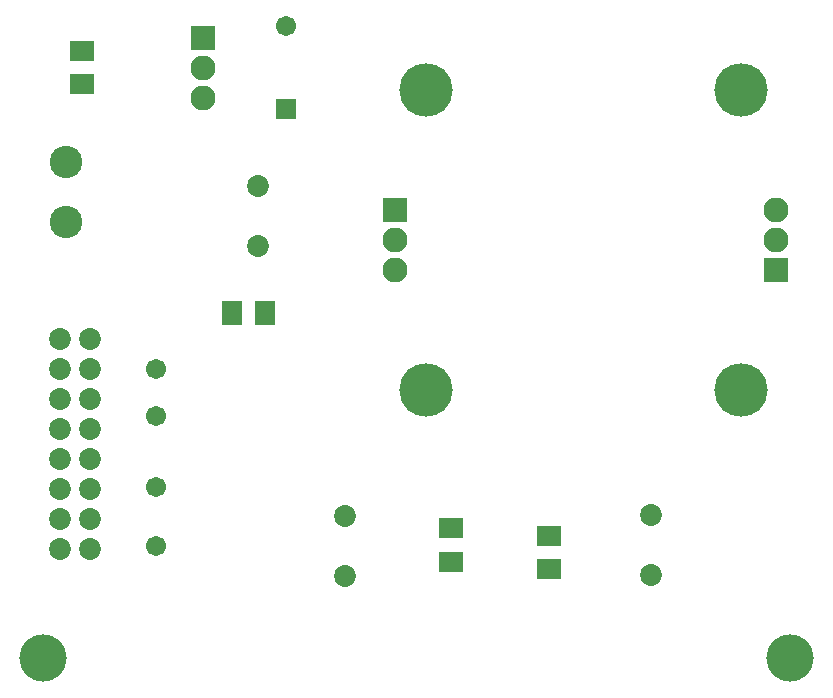
<source format=gbr>
G04 DipTrace 3.3.1.1*
G04 TopMask.gbr*
%MOIN*%
G04 #@! TF.FileFunction,Soldermask,Top*
G04 #@! TF.Part,Single*
%ADD27C,0.15748*%
%ADD33R,0.071024X0.078898*%
%ADD35C,0.108031*%
%ADD37R,0.078898X0.071024*%
%ADD39C,0.067087*%
%ADD41R,0.067087X0.067087*%
%ADD43C,0.067087*%
%ADD45C,0.072992*%
%ADD47C,0.082835*%
%ADD49R,0.082835X0.082835*%
%ADD51C,0.178031*%
%ADD53C,0.073031*%
%FSLAX26Y26*%
G04*
G70*
G90*
G75*
G01*
G04 TopMask*
%LPD*%
D53*
X585920Y1495936D3*
Y1395936D3*
Y1295936D3*
Y1195936D3*
Y1095936D3*
Y995936D3*
Y895936D3*
X685920D3*
Y995936D3*
Y1095936D3*
Y1195936D3*
Y1295936D3*
Y1395936D3*
Y1495936D3*
Y1595936D3*
X585920D3*
D27*
X530068Y533130D3*
X3016929D3*
D51*
X2854024Y2426440D3*
Y1426440D3*
D49*
X1702846Y2025772D3*
D47*
Y1925772D3*
Y1825772D3*
D49*
X2972753Y1826440D3*
D47*
Y1926440D3*
Y2026440D3*
D51*
X1804874Y2425772D3*
Y1425772D3*
D45*
X1246823Y1905239D3*
Y2105239D3*
X2553552Y807735D3*
Y1007735D3*
X1535912Y805769D3*
Y1005769D3*
D43*
X905827Y905827D3*
Y1102677D3*
Y1338898D3*
Y1496378D3*
D49*
X1063307Y2598740D3*
D47*
Y2498740D3*
Y2398740D3*
D41*
X1338898Y2362520D3*
D39*
Y2638110D3*
D37*
X658079Y2446337D3*
Y2556573D3*
D35*
X603990Y1986190D3*
Y2186190D3*
D37*
X1889265Y853766D3*
Y964003D3*
X2215875Y830194D3*
Y940430D3*
D33*
X1157354Y1683322D3*
X1267591D3*
M02*

</source>
